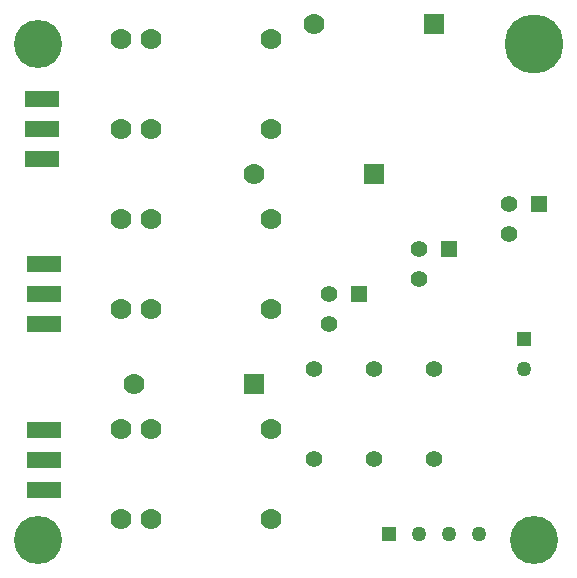
<source format=gts>
G04 (created by PCBNEW (2014-01-10 BZR 4027)-stable) date Tuesday, May 06, 2014 'pmt' 10:56:48 pm*
%MOIN*%
G04 Gerber Fmt 3.4, Leading zero omitted, Abs format*
%FSLAX34Y34*%
G01*
G70*
G90*
G04 APERTURE LIST*
%ADD10C,0.00590551*%
%ADD11C,0.07*%
%ADD12R,0.07X0.07*%
%ADD13C,0.055*%
%ADD14R,0.055X0.055*%
%ADD15C,0.19685*%
%ADD16C,0.16*%
%ADD17R,0.11811X0.0551181*%
%ADD18C,0.05*%
%ADD19R,0.05X0.05*%
G04 APERTURE END LIST*
G54D10*
G54D11*
X60000Y-28472D03*
G54D12*
X64000Y-28472D03*
G54D11*
X58000Y-33472D03*
G54D12*
X62000Y-33472D03*
G54D11*
X54000Y-40472D03*
G54D12*
X58000Y-40472D03*
G54D13*
X64000Y-42972D03*
X64000Y-39972D03*
X62000Y-42972D03*
X62000Y-39972D03*
X60000Y-42972D03*
X60000Y-39972D03*
G54D14*
X61500Y-37472D03*
G54D13*
X60500Y-37472D03*
X60500Y-38472D03*
G54D14*
X64500Y-35972D03*
G54D13*
X63500Y-35972D03*
X63500Y-36972D03*
G54D14*
X67500Y-34472D03*
G54D13*
X66500Y-34472D03*
X66500Y-35472D03*
G54D11*
X54559Y-28972D03*
X54559Y-31972D03*
X53559Y-31972D03*
X53559Y-28972D03*
X58559Y-31972D03*
X58559Y-28972D03*
X54559Y-34972D03*
X54559Y-37972D03*
X53559Y-37972D03*
X53559Y-34972D03*
X58559Y-37972D03*
X58559Y-34972D03*
X54559Y-41972D03*
X54559Y-44972D03*
X53559Y-44972D03*
X53559Y-41972D03*
X58559Y-44972D03*
X58559Y-41972D03*
G54D15*
X67322Y-29133D03*
G54D16*
X67322Y-45669D03*
X50787Y-45669D03*
G54D17*
X51000Y-44000D03*
X51000Y-43000D03*
X51000Y-42000D03*
X51000Y-38472D03*
X51000Y-37472D03*
X51000Y-36472D03*
X50944Y-32968D03*
X50944Y-31968D03*
X50944Y-30968D03*
G54D16*
X50787Y-29133D03*
G54D18*
X63500Y-45472D03*
X64500Y-45472D03*
G54D19*
X62500Y-45472D03*
G54D18*
X65500Y-45472D03*
G54D19*
X67000Y-38972D03*
G54D18*
X67000Y-39972D03*
M02*

</source>
